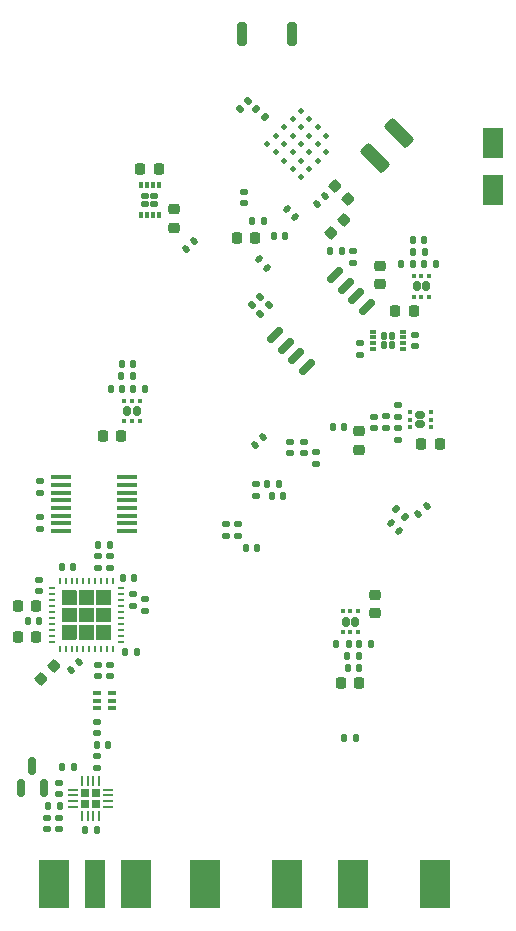
<source format=gbr>
%TF.GenerationSoftware,KiCad,Pcbnew,(6.0.4)*%
%TF.CreationDate,2023-05-16T14:10:18+09:00*%
%TF.ProjectId,RFB,5246422e-6b69-4636-9164-5f7063625858,rev?*%
%TF.SameCoordinates,Original*%
%TF.FileFunction,Paste,Bot*%
%TF.FilePolarity,Positive*%
%FSLAX46Y46*%
G04 Gerber Fmt 4.6, Leading zero omitted, Abs format (unit mm)*
G04 Created by KiCad (PCBNEW (6.0.4)) date 2023-05-16 14:10:18*
%MOMM*%
%LPD*%
G01*
G04 APERTURE LIST*
G04 Aperture macros list*
%AMRoundRect*
0 Rectangle with rounded corners*
0 $1 Rounding radius*
0 $2 $3 $4 $5 $6 $7 $8 $9 X,Y pos of 4 corners*
0 Add a 4 corners polygon primitive as box body*
4,1,4,$2,$3,$4,$5,$6,$7,$8,$9,$2,$3,0*
0 Add four circle primitives for the rounded corners*
1,1,$1+$1,$2,$3*
1,1,$1+$1,$4,$5*
1,1,$1+$1,$6,$7*
1,1,$1+$1,$8,$9*
0 Add four rect primitives between the rounded corners*
20,1,$1+$1,$2,$3,$4,$5,0*
20,1,$1+$1,$4,$5,$6,$7,0*
20,1,$1+$1,$6,$7,$8,$9,0*
20,1,$1+$1,$8,$9,$2,$3,0*%
G04 Aperture macros list end*
%ADD10RoundRect,0.135000X0.135000X0.185000X-0.135000X0.185000X-0.135000X-0.185000X0.135000X-0.185000X0*%
%ADD11RoundRect,0.160000X-0.245000X-0.160000X0.245000X-0.160000X0.245000X0.160000X-0.245000X0.160000X0*%
%ADD12RoundRect,0.093750X-0.093750X-0.106250X0.093750X-0.106250X0.093750X0.106250X-0.093750X0.106250X0*%
%ADD13RoundRect,0.160000X-0.160000X0.245000X-0.160000X-0.245000X0.160000X-0.245000X0.160000X0.245000X0*%
%ADD14RoundRect,0.093750X-0.106250X0.093750X-0.106250X-0.093750X0.106250X-0.093750X0.106250X0.093750X0*%
%ADD15RoundRect,0.160000X0.160000X-0.245000X0.160000X0.245000X-0.160000X0.245000X-0.160000X-0.245000X0*%
%ADD16RoundRect,0.093750X0.106250X-0.093750X0.106250X0.093750X-0.106250X0.093750X-0.106250X-0.093750X0*%
%ADD17RoundRect,0.140000X0.170000X-0.140000X0.170000X0.140000X-0.170000X0.140000X-0.170000X-0.140000X0*%
%ADD18RoundRect,0.140000X-0.140000X-0.170000X0.140000X-0.170000X0.140000X0.170000X-0.140000X0.170000X0*%
%ADD19RoundRect,0.140000X0.140000X0.170000X-0.140000X0.170000X-0.140000X-0.170000X0.140000X-0.170000X0*%
%ADD20RoundRect,0.140000X-0.140000X-0.180000X0.140000X-0.180000X0.140000X0.180000X-0.140000X0.180000X0*%
%ADD21RoundRect,0.087500X-0.175000X-0.087500X0.175000X-0.087500X0.175000X0.087500X-0.175000X0.087500X0*%
%ADD22RoundRect,0.140000X-0.170000X0.140000X-0.170000X-0.140000X0.170000X-0.140000X0.170000X0.140000X0*%
%ADD23RoundRect,0.135000X0.185000X-0.135000X0.185000X0.135000X-0.185000X0.135000X-0.185000X-0.135000X0*%
%ADD24R,2.665000X4.190000*%
%ADD25RoundRect,0.135000X-0.035355X0.226274X-0.226274X0.035355X0.035355X-0.226274X0.226274X-0.035355X0*%
%ADD26RoundRect,0.225000X0.225000X0.250000X-0.225000X0.250000X-0.225000X-0.250000X0.225000X-0.250000X0*%
%ADD27RoundRect,0.140000X0.021213X-0.219203X0.219203X-0.021213X-0.021213X0.219203X-0.219203X0.021213X0*%
%ADD28RoundRect,0.200000X-0.200000X-0.800000X0.200000X-0.800000X0.200000X0.800000X-0.200000X0.800000X0*%
%ADD29RoundRect,0.135000X0.226274X0.035355X0.035355X0.226274X-0.226274X-0.035355X-0.035355X-0.226274X0*%
%ADD30RoundRect,0.225000X0.250000X-0.225000X0.250000X0.225000X-0.250000X0.225000X-0.250000X-0.225000X0*%
%ADD31C,0.500000*%
%ADD32RoundRect,0.135000X-0.135000X-0.185000X0.135000X-0.185000X0.135000X0.185000X-0.135000X0.185000X0*%
%ADD33RoundRect,0.225000X-0.250000X0.225000X-0.250000X-0.225000X0.250000X-0.225000X0.250000X0.225000X0*%
%ADD34RoundRect,0.147500X-0.147500X-0.172500X0.147500X-0.172500X0.147500X0.172500X-0.147500X0.172500X0*%
%ADD35RoundRect,0.140000X-0.219203X-0.021213X-0.021213X-0.219203X0.219203X0.021213X0.021213X0.219203X0*%
%ADD36RoundRect,0.140000X0.180000X-0.140000X0.180000X0.140000X-0.180000X0.140000X-0.180000X-0.140000X0*%
%ADD37RoundRect,0.087500X0.087500X-0.175000X0.087500X0.175000X-0.087500X0.175000X-0.087500X-0.175000X0*%
%ADD38RoundRect,0.135000X-0.226274X-0.035355X-0.035355X-0.226274X0.226274X0.035355X0.035355X0.226274X0*%
%ADD39RoundRect,0.225000X-0.335876X-0.017678X-0.017678X-0.335876X0.335876X0.017678X0.017678X0.335876X0*%
%ADD40RoundRect,0.150000X0.150000X-0.587500X0.150000X0.587500X-0.150000X0.587500X-0.150000X-0.587500X0*%
%ADD41R,0.249999X0.599999*%
%ADD42R,0.599999X0.249999*%
%ADD43RoundRect,0.150000X0.353553X0.565685X-0.565685X-0.353553X-0.353553X-0.565685X0.565685X0.353553X0*%
%ADD44RoundRect,0.140000X-0.021213X0.219203X-0.219203X0.021213X0.021213X-0.219203X0.219203X-0.021213X0*%
%ADD45RoundRect,0.225000X0.017678X-0.335876X0.335876X-0.017678X-0.017678X0.335876X-0.335876X0.017678X0*%
%ADD46RoundRect,0.135000X-0.185000X0.135000X-0.185000X-0.135000X0.185000X-0.135000X0.185000X0.135000X0*%
%ADD47RoundRect,0.147500X-0.172500X0.147500X-0.172500X-0.147500X0.172500X-0.147500X0.172500X0.147500X0*%
%ADD48RoundRect,0.140000X0.219203X0.021213X0.021213X0.219203X-0.219203X-0.021213X-0.021213X-0.219203X0*%
%ADD49R,1.676400X0.355600*%
%ADD50R,1.800000X2.500000*%
%ADD51RoundRect,0.250000X0.548008X-1.007627X1.007627X-0.548008X-0.548008X1.007627X-1.007627X0.548008X0*%
%ADD52R,1.780000X4.190000*%
%ADD53R,0.700000X0.350000*%
%ADD54RoundRect,0.190000X-0.190000X0.190000X-0.190000X-0.190000X0.190000X-0.190000X0.190000X0.190000X0*%
%ADD55RoundRect,0.062500X-0.062500X0.325000X-0.062500X-0.325000X0.062500X-0.325000X0.062500X0.325000X0*%
%ADD56RoundRect,0.062500X-0.325000X0.062500X-0.325000X-0.062500X0.325000X-0.062500X0.325000X0.062500X0*%
%ADD57RoundRect,0.225000X-0.225000X-0.250000X0.225000X-0.250000X0.225000X0.250000X-0.225000X0.250000X0*%
G04 APERTURE END LIST*
%TO.C,U4*%
G36*
X44772229Y-79114769D02*
G01*
X44781683Y-79117637D01*
X44790398Y-79122295D01*
X44798036Y-79128562D01*
X44804302Y-79136199D01*
X44808960Y-79144914D01*
X44811828Y-79154368D01*
X44812796Y-79164200D01*
X44812796Y-80323400D01*
X44811828Y-80333233D01*
X44808960Y-80342687D01*
X44804302Y-80351401D01*
X44798036Y-80359039D01*
X44790398Y-80365305D01*
X44781683Y-80369964D01*
X44772229Y-80372831D01*
X44762397Y-80373799D01*
X43603197Y-80373799D01*
X43593365Y-80372831D01*
X43583911Y-80369964D01*
X43575196Y-80365305D01*
X43567558Y-80359039D01*
X43561292Y-80351401D01*
X43556634Y-80342687D01*
X43553766Y-80333233D01*
X43552796Y-80323400D01*
X43552796Y-79164200D01*
X43553766Y-79154368D01*
X43556634Y-79144914D01*
X43561292Y-79136199D01*
X43567558Y-79128562D01*
X43575196Y-79122295D01*
X43583911Y-79117637D01*
X43593365Y-79114769D01*
X43603197Y-79113799D01*
X44762397Y-79113799D01*
X44772229Y-79114769D01*
G37*
G36*
X43312230Y-79114769D02*
G01*
X43321684Y-79117637D01*
X43330398Y-79122295D01*
X43338036Y-79128562D01*
X43344302Y-79136199D01*
X43348961Y-79144914D01*
X43351828Y-79154368D01*
X43352796Y-79164200D01*
X43352796Y-80323400D01*
X43351828Y-80333233D01*
X43348961Y-80342687D01*
X43344302Y-80351401D01*
X43338036Y-80359039D01*
X43330398Y-80365305D01*
X43321684Y-80369964D01*
X43312230Y-80372831D01*
X43302398Y-80373799D01*
X42143197Y-80373799D01*
X42133365Y-80372831D01*
X42123911Y-80369964D01*
X42115196Y-80365305D01*
X42107559Y-80359039D01*
X42101292Y-80351401D01*
X42096634Y-80342687D01*
X42093766Y-80333233D01*
X42092796Y-80323400D01*
X42092796Y-79164200D01*
X42093766Y-79154368D01*
X42096634Y-79144914D01*
X42101292Y-79136199D01*
X42107559Y-79128562D01*
X42115196Y-79122295D01*
X42123911Y-79117637D01*
X42133365Y-79114769D01*
X42143197Y-79113799D01*
X43302398Y-79113799D01*
X43312230Y-79114769D01*
G37*
G36*
X43312230Y-80574769D02*
G01*
X43321684Y-80577637D01*
X43330398Y-80582295D01*
X43338036Y-80588561D01*
X43344302Y-80596199D01*
X43348961Y-80604914D01*
X43351828Y-80614368D01*
X43352796Y-80624200D01*
X43352796Y-81783400D01*
X43351828Y-81793232D01*
X43348961Y-81802686D01*
X43344302Y-81811401D01*
X43338036Y-81819039D01*
X43330398Y-81825305D01*
X43321684Y-81829963D01*
X43312230Y-81832831D01*
X43302398Y-81833799D01*
X42143197Y-81833799D01*
X42133365Y-81832831D01*
X42123911Y-81829963D01*
X42115196Y-81825305D01*
X42107559Y-81819039D01*
X42101292Y-81811401D01*
X42096634Y-81802686D01*
X42093766Y-81793232D01*
X42092796Y-81783400D01*
X42092796Y-80624200D01*
X42093766Y-80614368D01*
X42096634Y-80604914D01*
X42101292Y-80596199D01*
X42107559Y-80588561D01*
X42115196Y-80582295D01*
X42123911Y-80577637D01*
X42133365Y-80574769D01*
X42143197Y-80573801D01*
X43302398Y-80573801D01*
X43312230Y-80574769D01*
G37*
G36*
X41852230Y-82034769D02*
G01*
X41861684Y-82037636D01*
X41870399Y-82042295D01*
X41878037Y-82048561D01*
X41884303Y-82056199D01*
X41888961Y-82064913D01*
X41891829Y-82074367D01*
X41892799Y-82084200D01*
X41892799Y-83243400D01*
X41891829Y-83253232D01*
X41888961Y-83262686D01*
X41884303Y-83271401D01*
X41878037Y-83279038D01*
X41870399Y-83285305D01*
X41861684Y-83289963D01*
X41852230Y-83292831D01*
X41842398Y-83293801D01*
X40683198Y-83293801D01*
X40673365Y-83292831D01*
X40663912Y-83289963D01*
X40655197Y-83285305D01*
X40647559Y-83279038D01*
X40641293Y-83271401D01*
X40636634Y-83262686D01*
X40633767Y-83253232D01*
X40632799Y-83243400D01*
X40632799Y-82084200D01*
X40633767Y-82074367D01*
X40636634Y-82064913D01*
X40641293Y-82056199D01*
X40647559Y-82048561D01*
X40655197Y-82042295D01*
X40663912Y-82037636D01*
X40673365Y-82034769D01*
X40683198Y-82033801D01*
X41842398Y-82033801D01*
X41852230Y-82034769D01*
G37*
G36*
X44772229Y-80574769D02*
G01*
X44781683Y-80577637D01*
X44790398Y-80582295D01*
X44798036Y-80588561D01*
X44804302Y-80596199D01*
X44808960Y-80604914D01*
X44811828Y-80614368D01*
X44812796Y-80624200D01*
X44812796Y-81783400D01*
X44811828Y-81793232D01*
X44808960Y-81802686D01*
X44804302Y-81811401D01*
X44798036Y-81819039D01*
X44790398Y-81825305D01*
X44781683Y-81829963D01*
X44772229Y-81832831D01*
X44762397Y-81833799D01*
X43603197Y-81833799D01*
X43593365Y-81832831D01*
X43583911Y-81829963D01*
X43575196Y-81825305D01*
X43567558Y-81819039D01*
X43561292Y-81811401D01*
X43556634Y-81802686D01*
X43553766Y-81793232D01*
X43552796Y-81783400D01*
X43552796Y-80624200D01*
X43553766Y-80614368D01*
X43556634Y-80604914D01*
X43561292Y-80596199D01*
X43567558Y-80588561D01*
X43575196Y-80582295D01*
X43583911Y-80577637D01*
X43593365Y-80574769D01*
X43603197Y-80573801D01*
X44762397Y-80573801D01*
X44772229Y-80574769D01*
G37*
G36*
X44772229Y-82034769D02*
G01*
X44781683Y-82037636D01*
X44790398Y-82042295D01*
X44798036Y-82048561D01*
X44804302Y-82056199D01*
X44808960Y-82064913D01*
X44811828Y-82074367D01*
X44812796Y-82084200D01*
X44812796Y-83243400D01*
X44811828Y-83253232D01*
X44808960Y-83262686D01*
X44804302Y-83271401D01*
X44798036Y-83279038D01*
X44790398Y-83285305D01*
X44781683Y-83289963D01*
X44772229Y-83292831D01*
X44762397Y-83293801D01*
X43603197Y-83293801D01*
X43593365Y-83292831D01*
X43583911Y-83289963D01*
X43575196Y-83285305D01*
X43567558Y-83279038D01*
X43561292Y-83271401D01*
X43556634Y-83262686D01*
X43553766Y-83253232D01*
X43552796Y-83243400D01*
X43552796Y-82084200D01*
X43553766Y-82074367D01*
X43556634Y-82064913D01*
X43561292Y-82056199D01*
X43567558Y-82048561D01*
X43575196Y-82042295D01*
X43583911Y-82037636D01*
X43593365Y-82034769D01*
X43603197Y-82033801D01*
X44762397Y-82033801D01*
X44772229Y-82034769D01*
G37*
G36*
X41852230Y-80574769D02*
G01*
X41861684Y-80577637D01*
X41870399Y-80582295D01*
X41878037Y-80588561D01*
X41884303Y-80596199D01*
X41888961Y-80604914D01*
X41891829Y-80614368D01*
X41892799Y-80624200D01*
X41892799Y-81783400D01*
X41891829Y-81793232D01*
X41888961Y-81802686D01*
X41884303Y-81811401D01*
X41878037Y-81819039D01*
X41870399Y-81825305D01*
X41861684Y-81829963D01*
X41852230Y-81832831D01*
X41842398Y-81833799D01*
X40683198Y-81833799D01*
X40673365Y-81832831D01*
X40663912Y-81829963D01*
X40655197Y-81825305D01*
X40647559Y-81819039D01*
X40641293Y-81811401D01*
X40636634Y-81802686D01*
X40633767Y-81793232D01*
X40632799Y-81783400D01*
X40632799Y-80624200D01*
X40633767Y-80614368D01*
X40636634Y-80604914D01*
X40641293Y-80596199D01*
X40647559Y-80588561D01*
X40655197Y-80582295D01*
X40663912Y-80577637D01*
X40673365Y-80574769D01*
X40683198Y-80573801D01*
X41842398Y-80573801D01*
X41852230Y-80574769D01*
G37*
G36*
X43312230Y-82034769D02*
G01*
X43321684Y-82037636D01*
X43330398Y-82042295D01*
X43338036Y-82048561D01*
X43344302Y-82056199D01*
X43348961Y-82064913D01*
X43351828Y-82074367D01*
X43352796Y-82084200D01*
X43352796Y-83243400D01*
X43351828Y-83253232D01*
X43348961Y-83262686D01*
X43344302Y-83271401D01*
X43338036Y-83279038D01*
X43330398Y-83285305D01*
X43321684Y-83289963D01*
X43312230Y-83292831D01*
X43302398Y-83293801D01*
X42143197Y-83293801D01*
X42133365Y-83292831D01*
X42123911Y-83289963D01*
X42115196Y-83285305D01*
X42107559Y-83279038D01*
X42101292Y-83271401D01*
X42096634Y-83262686D01*
X42093766Y-83253232D01*
X42092796Y-83243400D01*
X42092796Y-82084200D01*
X42093766Y-82074367D01*
X42096634Y-82064913D01*
X42101292Y-82056199D01*
X42107559Y-82048561D01*
X42115196Y-82042295D01*
X42123911Y-82037636D01*
X42133365Y-82034769D01*
X42143197Y-82033801D01*
X43302398Y-82033801D01*
X43312230Y-82034769D01*
G37*
G36*
X41852230Y-79114769D02*
G01*
X41861684Y-79117637D01*
X41870399Y-79122295D01*
X41878037Y-79128562D01*
X41884303Y-79136199D01*
X41888961Y-79144914D01*
X41891829Y-79154368D01*
X41892799Y-79164200D01*
X41892799Y-80323400D01*
X41891829Y-80333233D01*
X41888961Y-80342687D01*
X41884303Y-80351401D01*
X41878037Y-80359039D01*
X41870399Y-80365305D01*
X41861684Y-80369964D01*
X41852230Y-80372831D01*
X41842398Y-80373799D01*
X40683198Y-80373799D01*
X40673365Y-80372831D01*
X40663912Y-80369964D01*
X40655197Y-80365305D01*
X40647559Y-80359039D01*
X40641293Y-80351401D01*
X40636634Y-80342687D01*
X40633767Y-80333233D01*
X40632799Y-80323400D01*
X40632799Y-79164200D01*
X40633767Y-79154368D01*
X40636634Y-79144914D01*
X40641293Y-79136199D01*
X40647559Y-79128562D01*
X40655197Y-79122295D01*
X40663912Y-79117637D01*
X40673365Y-79114769D01*
X40683198Y-79113799D01*
X41842398Y-79113799D01*
X41852230Y-79114769D01*
G37*
%TD*%
D10*
%TO.C,R44*%
X71378000Y-50469800D03*
X70358000Y-50469800D03*
%TD*%
D11*
%TO.C,IC10*%
X70993000Y-65074800D03*
X70993000Y-64274800D03*
D12*
X70105500Y-65324800D03*
X70105500Y-64674800D03*
X70105500Y-64024800D03*
X71880500Y-64024800D03*
X71880500Y-64674800D03*
X71880500Y-65324800D03*
%TD*%
D13*
%TO.C,IC8*%
X46183600Y-63931800D03*
X46983600Y-63931800D03*
D14*
X45933600Y-63044300D03*
X46583600Y-63044300D03*
X47233600Y-63044300D03*
X47233600Y-64819300D03*
X46583600Y-64819300D03*
X45933600Y-64819300D03*
%TD*%
D13*
%TO.C,IC4*%
X70694600Y-53365400D03*
X71494600Y-53365400D03*
D14*
X70444600Y-52477900D03*
X71094600Y-52477900D03*
X71744600Y-52477900D03*
X71744600Y-54252900D03*
X71094600Y-54252900D03*
X70444600Y-54252900D03*
%TD*%
D15*
%TO.C,IC2*%
X65481200Y-81788000D03*
X64681200Y-81788000D03*
D16*
X65731200Y-82675500D03*
X65081200Y-82675500D03*
X64431200Y-82675500D03*
X64431200Y-80900500D03*
X65081200Y-80900500D03*
X65731200Y-80900500D03*
%TD*%
D10*
%TO.C,R68*%
X46710600Y-61010800D03*
X45690600Y-61010800D03*
%TD*%
D17*
%TO.C,C34*%
X69113400Y-65405000D03*
X69113400Y-66365000D03*
%TD*%
D18*
%TO.C,C11*%
X45770800Y-62052200D03*
X44810800Y-62052200D03*
%TD*%
%TO.C,C8*%
X70358000Y-51511200D03*
X69398000Y-51511200D03*
%TD*%
D19*
%TO.C,C7*%
X65842000Y-83667600D03*
X66802000Y-83667600D03*
%TD*%
D20*
%TO.C,U3*%
X68594200Y-58356400D03*
X68594200Y-57556400D03*
X67894200Y-57556400D03*
X67894200Y-58356400D03*
D21*
X66956700Y-58706400D03*
X66956700Y-58206400D03*
X66956700Y-57706400D03*
X66956700Y-57206400D03*
X69531700Y-57206400D03*
X69531700Y-57706400D03*
X69531700Y-58206400D03*
X69531700Y-58706400D03*
%TD*%
D22*
%TO.C,C10*%
X65913000Y-58191400D03*
X65913000Y-59151400D03*
%TD*%
D17*
%TO.C,C5*%
X70586600Y-58442800D03*
X70586600Y-57482800D03*
%TD*%
D23*
%TO.C,R63*%
X62179200Y-68427601D03*
X62179200Y-67407601D03*
%TD*%
D24*
%TO.C,J1*%
X65265300Y-103962200D03*
X72250300Y-103962200D03*
%TD*%
D25*
%TO.C,R61*%
X57459824Y-54274776D03*
X56738576Y-54996024D03*
%TD*%
%TO.C,R58*%
X58171024Y-54985976D03*
X57449776Y-55707224D03*
%TD*%
D23*
%TO.C,R11*%
X57073800Y-71098600D03*
X57073800Y-70078600D03*
%TD*%
D26*
%TO.C,C102*%
X45669200Y-66065400D03*
X44119200Y-66065400D03*
%TD*%
D18*
%TO.C,C116*%
X45725200Y-59994800D03*
X46685200Y-59994800D03*
%TD*%
D24*
%TO.C,J2*%
X52743100Y-103987600D03*
X59728100Y-103987600D03*
%TD*%
D10*
%TO.C,R69*%
X46708600Y-62052200D03*
X47728600Y-62052200D03*
%TD*%
D27*
%TO.C,C92*%
X51137178Y-50208822D03*
X51816000Y-49530000D03*
%TD*%
D26*
%TO.C,C141*%
X65811400Y-86969600D03*
X64261400Y-86969600D03*
%TD*%
D28*
%TO.C,SW1*%
X55913600Y-32029400D03*
X60113600Y-32029400D03*
%TD*%
D29*
%TO.C,R12*%
X69697600Y-72923400D03*
X68976352Y-72202152D03*
%TD*%
D30*
%TO.C,C150*%
X67589400Y-53187600D03*
X67589400Y-51637600D03*
%TD*%
D31*
%TO.C,IC6*%
X63008951Y-40626145D03*
X62301845Y-39919038D03*
X61594738Y-39211932D03*
X60887631Y-38504825D03*
X63008951Y-42040359D03*
X62301845Y-41333252D03*
X61594738Y-40626145D03*
X60887631Y-39919038D03*
X60180524Y-39211932D03*
X62301845Y-42747466D03*
X61594738Y-42040359D03*
X60887631Y-41333252D03*
X60180524Y-40626145D03*
X59473417Y-39919038D03*
X61594738Y-43454572D03*
X60887631Y-42747466D03*
X60180524Y-42040359D03*
X59473417Y-41333252D03*
X58766311Y-40626145D03*
X60887631Y-44161679D03*
X60180524Y-43454572D03*
X59473417Y-42747466D03*
X58766311Y-42040359D03*
X58059204Y-41333252D03*
%TD*%
D19*
%TO.C,C69*%
X65532000Y-91617800D03*
X64572000Y-91617800D03*
%TD*%
D32*
%TO.C,R75*%
X63902400Y-83667600D03*
X64922400Y-83667600D03*
%TD*%
D33*
%TO.C,C122*%
X67157600Y-79476600D03*
X67157600Y-81026600D03*
%TD*%
D10*
%TO.C,R47*%
X41681400Y-94081600D03*
X40661400Y-94081600D03*
%TD*%
D18*
%TO.C,C56*%
X56245600Y-75510200D03*
X57205600Y-75510200D03*
%TD*%
%TO.C,C30*%
X37775000Y-81711800D03*
X38735000Y-81711800D03*
%TD*%
D19*
%TO.C,C145*%
X57734943Y-47852918D03*
X56774943Y-47852918D03*
%TD*%
D26*
%TO.C,C121*%
X72644000Y-66725800D03*
X71094000Y-66725800D03*
%TD*%
D34*
%TO.C,L13*%
X42618800Y-99390200D03*
X43588800Y-99390200D03*
%TD*%
D35*
%TO.C,C144*%
X59683289Y-46832846D03*
X60362111Y-47511668D03*
%TD*%
D19*
%TO.C,C13*%
X46990000Y-84328000D03*
X46030000Y-84328000D03*
%TD*%
%TO.C,C40*%
X59017789Y-70115211D03*
X58057789Y-70115211D03*
%TD*%
D23*
%TO.C,R23*%
X55549800Y-74525600D03*
X55549800Y-73505600D03*
%TD*%
D17*
%TO.C,C39*%
X59969400Y-67510600D03*
X59969400Y-66550600D03*
%TD*%
D36*
%TO.C,U16*%
X48494901Y-45725600D03*
X47694901Y-45725600D03*
X48494901Y-46425600D03*
X47694901Y-46425600D03*
D37*
X48844901Y-47363100D03*
X48344901Y-47363100D03*
X47844901Y-47363100D03*
X47344901Y-47363100D03*
X47344901Y-44788100D03*
X47844901Y-44788100D03*
X48344901Y-44788100D03*
X48844901Y-44788100D03*
%TD*%
D22*
%TO.C,C27*%
X44734797Y-76249001D03*
X44734797Y-77209001D03*
%TD*%
D38*
%TO.C,R51*%
X57124600Y-38328600D03*
X57845848Y-39049848D03*
%TD*%
D22*
%TO.C,C48*%
X54533800Y-73535600D03*
X54533800Y-74495600D03*
%TD*%
D39*
%TO.C,C107*%
X63792569Y-44871472D03*
X64888585Y-45967488D03*
%TD*%
D34*
%TO.C,L11*%
X43586400Y-92176600D03*
X44556400Y-92176600D03*
%TD*%
D23*
%TO.C,R54*%
X65328800Y-51437000D03*
X65328800Y-50417000D03*
%TD*%
D22*
%TO.C,C17*%
X47650400Y-79888200D03*
X47650400Y-80848200D03*
%TD*%
D19*
%TO.C,C41*%
X59408000Y-71096600D03*
X58448000Y-71096600D03*
%TD*%
D22*
%TO.C,C26*%
X43718797Y-76249001D03*
X43718797Y-77209001D03*
%TD*%
D17*
%TO.C,C42*%
X61163200Y-67510600D03*
X61163200Y-66550600D03*
%TD*%
D19*
%TO.C,C132*%
X65811400Y-85699600D03*
X64851400Y-85699600D03*
%TD*%
D22*
%TO.C,C97*%
X43586400Y-93167200D03*
X43586400Y-94127200D03*
%TD*%
D40*
%TO.C,Q2*%
X39100800Y-95831900D03*
X37200800Y-95831900D03*
X38150800Y-93956900D03*
%TD*%
D22*
%TO.C,C32*%
X46659800Y-79456400D03*
X46659800Y-80416400D03*
%TD*%
D17*
%TO.C,C155*%
X56032400Y-46352400D03*
X56032400Y-45392400D03*
%TD*%
D41*
%TO.C,U4*%
X40472797Y-78303801D03*
X40972796Y-78303801D03*
X41472797Y-78303801D03*
X41972796Y-78303801D03*
X42472798Y-78303801D03*
X42972797Y-78303801D03*
X43472796Y-78303801D03*
X43972797Y-78303801D03*
X44472796Y-78303801D03*
X44972798Y-78303801D03*
D42*
X45622797Y-78953799D03*
X45622797Y-79453798D03*
X45622797Y-79953800D03*
X45622797Y-80453799D03*
X45622797Y-80953800D03*
X45622797Y-81453800D03*
X45622797Y-81953798D03*
X45622797Y-82453800D03*
X45622797Y-82953799D03*
X45622797Y-83453801D03*
D41*
X44972798Y-84103799D03*
X44472796Y-84103799D03*
X43972797Y-84103799D03*
X43472796Y-84103799D03*
X42972797Y-84103799D03*
X42472798Y-84103799D03*
X41972796Y-84103799D03*
X41472797Y-84103799D03*
X40972796Y-84103799D03*
X40472797Y-84103799D03*
D42*
X39822798Y-83453801D03*
X39822798Y-82953799D03*
X39822798Y-82453800D03*
X39822798Y-81953798D03*
X39822798Y-81453800D03*
X39822798Y-80953800D03*
X39822798Y-80453799D03*
X39822798Y-79953800D03*
X39822798Y-79453798D03*
X39822798Y-78953799D03*
%TD*%
D18*
%TO.C,C24*%
X40670600Y-77165200D03*
X41630600Y-77165200D03*
%TD*%
D43*
%TO.C,U12*%
X63784146Y-52419177D03*
X64682172Y-53317203D03*
X65580197Y-54215228D03*
X66478223Y-55113254D03*
X61387054Y-60204423D03*
X60489028Y-59306397D03*
X59591003Y-58408372D03*
X58692977Y-57510346D03*
%TD*%
D10*
%TO.C,R48*%
X40466200Y-97381000D03*
X39446200Y-97381000D03*
%TD*%
D35*
%TO.C,C76*%
X68526028Y-73423134D03*
X69204850Y-74101956D03*
%TD*%
D44*
%TO.C,C113*%
X62908827Y-45755215D03*
X62230005Y-46434037D03*
%TD*%
D45*
%TO.C,C20*%
X38883584Y-86617816D03*
X39979600Y-85521800D03*
%TD*%
D19*
%TO.C,C154*%
X64335600Y-50419000D03*
X63375600Y-50419000D03*
%TD*%
%TO.C,C43*%
X64566800Y-65328800D03*
X63606800Y-65328800D03*
%TD*%
D27*
%TO.C,C38*%
X56988389Y-66811211D03*
X57667211Y-66132389D03*
%TD*%
D46*
%TO.C,R73*%
X69113400Y-63447200D03*
X69113400Y-64467200D03*
%TD*%
D22*
%TO.C,C96*%
X43586400Y-90226000D03*
X43586400Y-91186000D03*
%TD*%
D47*
%TO.C,L12*%
X40411400Y-95402400D03*
X40411400Y-96372400D03*
%TD*%
D17*
%TO.C,C131*%
X67081400Y-65402400D03*
X67081400Y-64442400D03*
%TD*%
D48*
%TO.C,C152*%
X58061327Y-51784431D03*
X57382505Y-51105609D03*
%TD*%
D18*
%TO.C,C6*%
X70383400Y-49453800D03*
X71343400Y-49453800D03*
%TD*%
D27*
%TO.C,C84*%
X70847578Y-72662422D03*
X71526400Y-71983600D03*
%TD*%
D25*
%TO.C,R50*%
X56418424Y-37663176D03*
X55697176Y-38384424D03*
%TD*%
D10*
%TO.C,R5*%
X44736797Y-75255801D03*
X43716797Y-75255801D03*
%TD*%
D49*
%TO.C,U2*%
X40551100Y-74106199D03*
X40551100Y-73456201D03*
X40551100Y-72806199D03*
X40551100Y-72156201D03*
X40551100Y-71506202D03*
X40551100Y-70856201D03*
X40551100Y-70206202D03*
X40551100Y-69556201D03*
X46189900Y-69556201D03*
X46189900Y-70206199D03*
X46189900Y-70856201D03*
X46189900Y-71506199D03*
X46189900Y-72156198D03*
X46189900Y-72806199D03*
X46189900Y-73456198D03*
X46189900Y-74106199D03*
%TD*%
D17*
%TO.C,C28*%
X43723400Y-86375200D03*
X43723400Y-85415200D03*
%TD*%
%TO.C,C29*%
X44739400Y-86370000D03*
X44739400Y-85410000D03*
%TD*%
D22*
%TO.C,C99*%
X40436800Y-98374200D03*
X40436800Y-99334200D03*
%TD*%
D32*
%TO.C,R74*%
X64816800Y-84683600D03*
X65836800Y-84683600D03*
%TD*%
D50*
%TO.C,D1*%
X77165200Y-41256200D03*
X77165200Y-45256200D03*
%TD*%
D51*
%TO.C,C146*%
X67130617Y-42495783D03*
X69216583Y-40409817D03*
%TD*%
D19*
%TO.C,C115*%
X59535928Y-49128114D03*
X58575928Y-49128114D03*
%TD*%
D26*
%TO.C,C110*%
X57010600Y-49326800D03*
X55460600Y-49326800D03*
%TD*%
D17*
%TO.C,C2*%
X38836600Y-70838000D03*
X38836600Y-69878000D03*
%TD*%
D52*
%TO.C,J3*%
X43446700Y-103987600D03*
D24*
X39954200Y-103987600D03*
X46939200Y-103987600D03*
%TD*%
D17*
%TO.C,C3*%
X38836600Y-73888600D03*
X38836600Y-72928600D03*
%TD*%
D33*
%TO.C,C140*%
X65811400Y-65659000D03*
X65811400Y-67209000D03*
%TD*%
D46*
%TO.C,R72*%
X68097400Y-64385000D03*
X68097400Y-65405000D03*
%TD*%
D53*
%TO.C,FL1*%
X43606400Y-89103200D03*
X43606400Y-88453200D03*
X43606400Y-87803200D03*
X44856400Y-87803200D03*
X44856400Y-88453200D03*
X44856400Y-89103200D03*
%TD*%
D54*
%TO.C,IC5*%
X43516200Y-96296600D03*
X43516200Y-97176600D03*
X42636200Y-97176600D03*
X42636200Y-96296600D03*
D55*
X42326200Y-95274100D03*
X42826200Y-95274100D03*
X43326200Y-95274100D03*
X43826200Y-95274100D03*
D56*
X44538700Y-95986600D03*
X44538700Y-96486600D03*
X44538700Y-96986600D03*
X44538700Y-97486600D03*
D55*
X43826200Y-98199100D03*
X43326200Y-98199100D03*
X42826200Y-98199100D03*
X42326200Y-98199100D03*
D56*
X41613700Y-97486600D03*
X41613700Y-96986600D03*
X41613700Y-96486600D03*
X41613700Y-95986600D03*
%TD*%
D26*
%TO.C,C4*%
X68884200Y-55499000D03*
X70434200Y-55499000D03*
%TD*%
%TO.C,C112*%
X48844200Y-43459400D03*
X47294200Y-43459400D03*
%TD*%
D45*
%TO.C,C94*%
X63432934Y-48859131D03*
X64528950Y-47763115D03*
%TD*%
D57*
%TO.C,C25*%
X36905600Y-83108800D03*
X38455600Y-83108800D03*
%TD*%
D19*
%TO.C,C22*%
X46756200Y-78054200D03*
X45796200Y-78054200D03*
%TD*%
D10*
%TO.C,R52*%
X72317800Y-51485800D03*
X71297800Y-51485800D03*
%TD*%
D22*
%TO.C,C23*%
X38709600Y-78237200D03*
X38709600Y-79197200D03*
%TD*%
D57*
%TO.C,C19*%
X36905600Y-80441800D03*
X38455600Y-80441800D03*
%TD*%
D22*
%TO.C,C98*%
X39395400Y-98374200D03*
X39395400Y-99334200D03*
%TD*%
D30*
%TO.C,C118*%
X50177700Y-48413001D03*
X50177700Y-46863001D03*
%TD*%
D27*
%TO.C,C21*%
X41418189Y-85886611D03*
X42097011Y-85207789D03*
%TD*%
M02*

</source>
